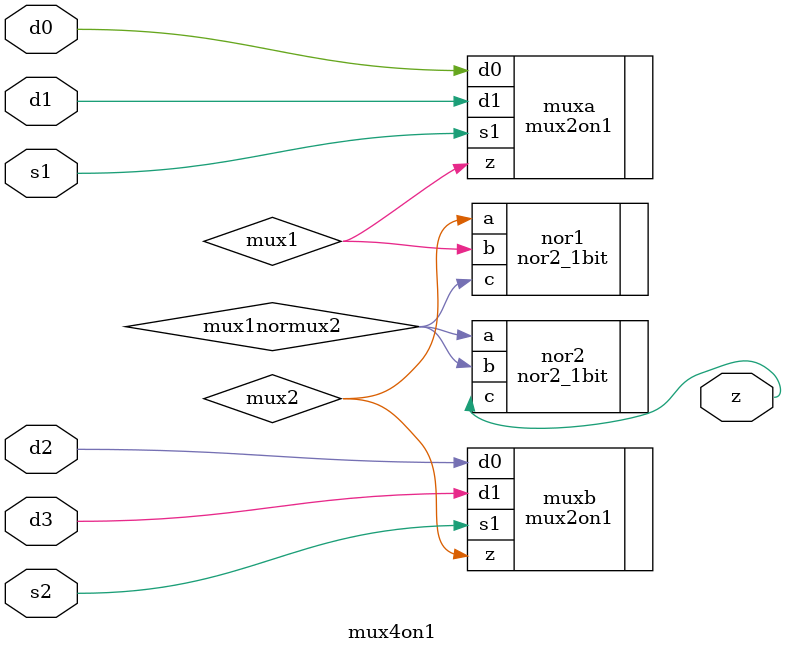
<source format=v>
module mux4on1(z,s1,s2,d0,d1,d2,d3);
  input d0,d1,d2,d3,s1,s2;
  wire mux1, mux2, mux1normux2;
  output z;
  parameter Tpd = 1;
    mux2on1 muxa(.z(mux1),.s1(s1),.d0(d0),.d1(d1));
    mux2on1 muxb(.z(mux2),.s1(s2),.d0(d2),.d1(d3));
    nor2_1bit nor1(.c(mux1normux2), .b(mux1), .a(mux2));
    nor2_1bit nor2(.c(z), .b(mux1normux2), .a(mux1normux2));
endmodule

</source>
